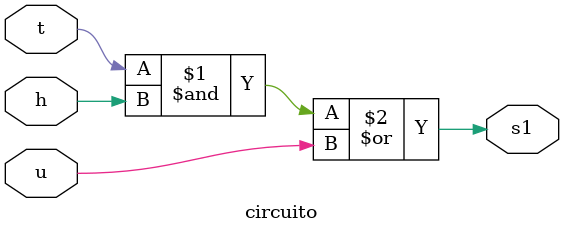
<source format=sv>
module circuito (
    input logic t,
    input logic h,
    input logic u,
    output logic s1
);
    assign s1 = ((t&h)|u);
endmodule
</source>
